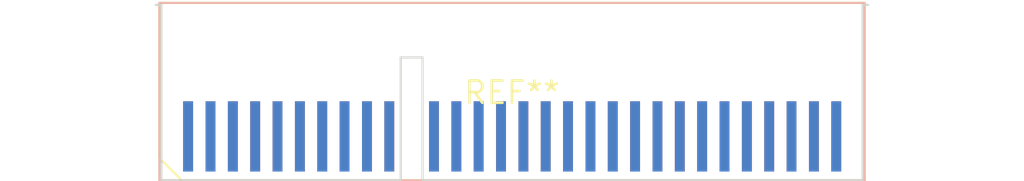
<source format=kicad_pcb>
(kicad_pcb (version 20240108) (generator pcbnew)
  (layers (0 "F.Cu" signal) (31 "B.Cu" signal) (34 "B.Paste" user) (35 "F.Paste" user) (36 "B.SilkS" user "B.Silkscreen") (37 "F.SilkS" user "F.Silkscreen") (38 "B.Mask" user) (39 "F.Mask" user) (44 "Edge.Cuts" user))
  (net 0 "")
  (footprint "Samtec_MECF-30-0_-L-DV_2x30_P1.27mm_Polarized_Edge" (layer "F.Cu") (at 0 0)
    (property "Reference" "REF**")
    (property "Value" "Samtec_MECF-30-0_-L-DV_2x30_P1.27mm_Polarized_Edge")
    (fp_line (start -20.04 -5.11) (end 20.04 -5.11) (layer "B.SilkS") (stroke (width 0.12)))
    (fp_line (start -20.04 5) (end -20.04 -5.11) (layer "B.SilkS") (stroke (width 0.12)))
    (fp_line (start -20.04 5) (end 20.04 5) (layer "B.SilkS") (stroke (width 0.12)))
    (fp_line (start 20.04 5) (end 20.04 -5.11) (layer "B.SilkS") (stroke (width 0.12)))
    (fp_line (start -20.04 -5.11) (end 20.04 -5.11) (layer "F.SilkS") (stroke (width 0.12)))
    (fp_line (start -20.04 3.73) (end -20.04 -5.11) (layer "F.SilkS") (stroke (width 0.12)))
    (fp_line (start -18.77 5) (end -20.04 3.73) (layer "F.SilkS") (stroke (width 0.12)))
    (fp_line (start -18.77 5) (end 20.04 5) (layer "F.SilkS") (stroke (width 0.12)))
    (fp_line (start 20.04 5) (end 20.04 -5.11) (layer "F.SilkS") (stroke (width 0.12)))
    (fp_line (start -20.25 -5) (end -19.925 -5) (layer "Edge.Cuts") (stroke (width 0.12)))
    (fp_line (start -19.925 5) (end -19.925 -5) (layer "Edge.Cuts") (stroke (width 0.12)))
    (fp_line (start -19.925 5) (end -6.325 5) (layer "Edge.Cuts") (stroke (width 0.12)))
    (fp_line (start -6.325 -2) (end -5.085 -2) (layer "Edge.Cuts") (stroke (width 0.12)))
    (fp_line (start -6.325 5) (end -6.325 -2) (layer "Edge.Cuts") (stroke (width 0.12)))
    (fp_line (start -5.085 5) (end -5.085 -2) (layer "Edge.Cuts") (stroke (width 0.12)))
    (fp_line (start -5.085 5) (end 19.925 5) (layer "Edge.Cuts") (stroke (width 0.12)))
    (fp_line (start 19.925 5) (end 19.925 -5) (layer "Edge.Cuts") (stroke (width 0.12)))
    (fp_line (start 20.25 -5) (end 19.925 -5) (layer "Edge.Cuts") (stroke (width 0.12)))
    (pad "1" connect rect (at -18.405 2.5) (size 0.56 4) (layers "F.Cu" "F.Mask"))
    (pad "2" connect rect (at -18.405 2.5) (size 0.56 4) (layers "B.Cu" "B.Mask"))
    (pad "3" connect rect (at -17.135 2.5) (size 0.56 4) (layers "F.Cu" "F.Mask"))
    (pad "4" connect rect (at -17.135 2.5) (size 0.56 4) (layers "B.Cu" "B.Mask"))
    (pad "5" connect rect (at -15.865 2.5) (size 0.56 4) (layers "F.Cu" "F.Mask"))
    (pad "6" connect rect (at -15.865 2.5) (size 0.56 4) (layers "B.Cu" "B.Mask"))
    (pad "7" connect rect (at -14.595 2.5) (size 0.56 4) (layers "F.Cu" "F.Mask"))
    (pad "8" connect rect (at -14.595 2.5) (size 0.56 4) (layers "B.Cu" "B.Mask"))
    (pad "9" connect rect (at -13.325 2.5) (size 0.56 4) (layers "F.Cu" "F.Mask"))
    (pad "10" connect rect (at -13.325 2.5) (size 0.56 4) (layers "B.Cu" "B.Mask"))
    (pad "11" connect rect (at -12.055 2.5) (size 0.56 4) (layers "F.Cu" "F.Mask"))
    (pad "12" connect rect (at -12.055 2.5) (size 0.56 4) (layers "B.Cu" "B.Mask"))
    (pad "13" connect rect (at -10.785 2.5) (size 0.56 4) (layers "F.Cu" "F.Mask"))
    (pad "14" connect rect (at -10.785 2.5) (size 0.56 4) (layers "B.Cu" "B.Mask"))
    (pad "15" connect rect (at -9.515 2.5) (size 0.56 4) (layers "F.Cu" "F.Mask"))
    (pad "16" connect rect (at -9.515 2.5) (size 0.56 4) (layers "B.Cu" "B.Mask"))
    (pad "17" connect rect (at -8.245 2.5) (size 0.56 4) (layers "F.Cu" "F.Mask"))
    (pad "18" connect rect (at -8.245 2.5) (size 0.56 4) (layers "B.Cu" "B.Mask"))
    (pad "19" connect rect (at -6.975 2.5) (size 0.56 4) (layers "F.Cu" "F.Mask"))
    (pad "20" connect rect (at -6.975 2.5) (size 0.56 4) (layers "B.Cu" "B.Mask"))
    (pad "23" connect rect (at -4.435 2.5) (size 0.56 4) (layers "F.Cu" "F.Mask"))
    (pad "24" connect rect (at -4.435 2.5) (size 0.56 4) (layers "B.Cu" "B.Mask"))
    (pad "25" connect rect (at -3.165 2.5) (size 0.56 4) (layers "F.Cu" "F.Mask"))
    (pad "26" connect rect (at -3.165 2.5) (size 0.56 4) (layers "B.Cu" "B.Mask"))
    (pad "27" connect rect (at -1.895 2.5) (size 0.56 4) (layers "F.Cu" "F.Mask"))
    (pad "28" connect rect (at -1.895 2.5) (size 0.56 4) (layers "B.Cu" "B.Mask"))
    (pad "29" connect rect (at -0.625 2.5) (size 0.56 4) (layers "F.Cu" "F.Mask"))
    (pad "30" connect rect (at -0.625 2.5) (size 0.56 4) (layers "B.Cu" "B.Mask"))
    (pad "31" connect rect (at 0.645 2.5) (size 0.56 4) (layers "F.Cu" "F.Mask"))
    (pad "32" connect rect (at 0.645 2.5) (size 0.56 4) (layers "B.Cu" "B.Mask"))
    (pad "33" connect rect (at 1.915 2.5) (size 0.56 4) (layers "F.Cu" "F.Mask"))
    (pad "34" connect rect (at 1.915 2.5) (size 0.56 4) (layers "B.Cu" "B.Mask"))
    (pad "35" connect rect (at 3.185 2.5) (size 0.56 4) (layers "F.Cu" "F.Mask"))
    (pad "36" connect rect (at 3.185 2.5) (size 0.56 4) (layers "B.Cu" "B.Mask"))
    (pad "37" connect rect (at 4.455 2.5) (size 0.56 4) (layers "F.Cu" "F.Mask"))
    (pad "38" connect rect (at 4.455 2.5) (size 0.56 4) (layers "B.Cu" "B.Mask"))
    (pad "39" connect rect (at 5.725 2.5) (size 0.56 4) (layers "F.Cu" "F.Mask"))
    (pad "40" connect rect (at 5.725 2.5) (size 0.56 4) (layers "B.Cu" "B.Mask"))
    (pad "41" connect rect (at 6.995 2.5) (size 0.56 4) (layers "F.Cu" "F.Mask"))
    (pad "42" connect rect (at 6.995 2.5) (size 0.56 4) (layers "B.Cu" "B.Mask"))
    (pad "43" connect rect (at 8.265 2.5) (size 0.56 4) (layers "F.Cu" "F.Mask"))
    (pad "44" connect rect (at 8.265 2.5) (size 0.56 4) (layers "B.Cu" "B.Mask"))
    (pad "45" connect rect (at 9.535 2.5) (size 0.56 4) (layers "F.Cu" "F.Mask"))
    (pad "46" connect rect (at 9.535 2.5) (size 0.56 4) (layers "B.Cu" "B.Mask"))
    (pad "47" connect rect (at 10.805 2.5) (size 0.56 4) (layers "F.Cu" "F.Mask"))
    (pad "48" connect rect (at 10.805 2.5) (size 0.56 4) (layers "B.Cu" "B.Mask"))
    (pad "49" connect rect (at 12.075 2.5) (size 0.56 4) (layers "F.Cu" "F.Mask"))
    (pad "50" connect rect (at 12.075 2.5) (size 0.56 4) (layers "B.Cu" "B.Mask"))
    (pad "51" connect rect (at 13.345 2.5) (size 0.56 4) (layers "F.Cu" "F.Mask"))
    (pad "52" connect rect (at 13.345 2.5) (size 0.56 4) (layers "B.Cu" "B.Mask"))
    (pad "53" connect rect (at 14.615 2.5) (size 0.56 4) (layers "F.Cu" "F.Mask"))
    (pad "54" connect rect (at 14.615 2.5) (size 0.56 4) (layers "B.Cu" "B.Mask"))
    (pad "55" connect rect (at 15.885 2.5) (size 0.56 4) (layers "F.Cu" "F.Mask"))
    (pad "56" connect rect (at 15.885 2.5) (size 0.56 4) (layers "B.Cu" "B.Mask"))
    (pad "57" connect rect (at 17.155 2.5) (size 0.56 4) (layers "F.Cu" "F.Mask"))
    (pad "58" connect rect (at 17.155 2.5) (size 0.56 4) (layers "B.Cu" "B.Mask"))
    (pad "59" connect rect (at 18.425 2.5) (size 0.56 4) (layers "F.Cu" "F.Mask"))
    (pad "60" connect rect (at 18.425 2.5) (size 0.56 4) (layers "B.Cu" "B.Mask"))
  )
)
</source>
